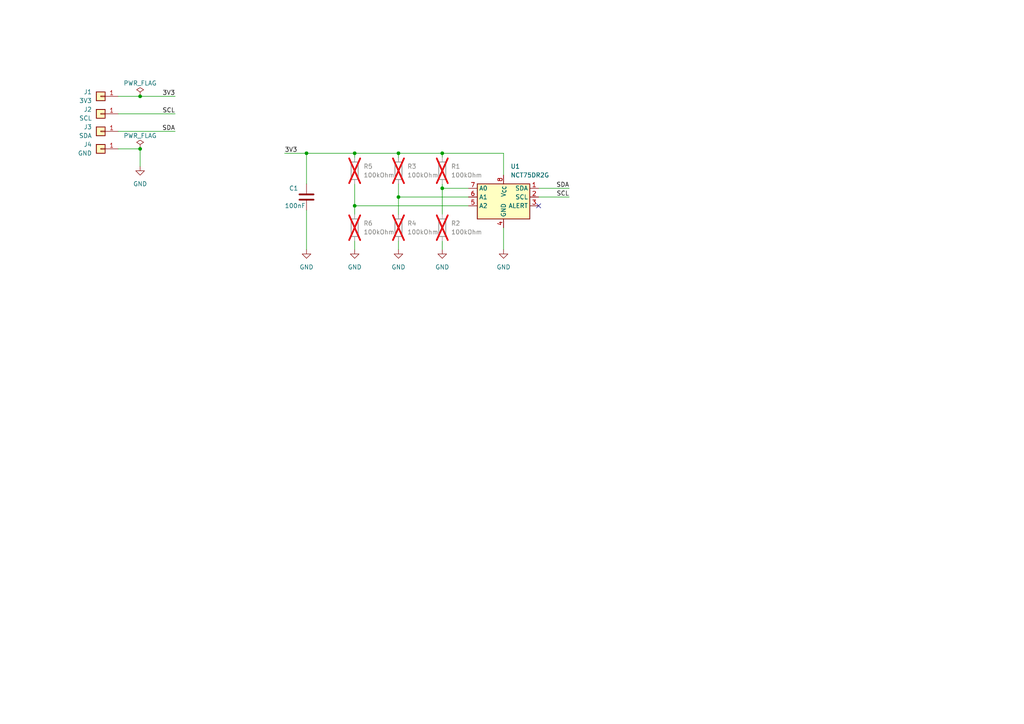
<source format=kicad_sch>
(kicad_sch (version 20230121) (generator eeschema)
  (paper "A4")
  (lib_symbols
    (symbol "benediktibk:C_100nF_SMD_0603_50V" (pin_numbers hide) (pin_names (offset 0.254))
      (property "Reference" "C" (at 0.635 2.54 0))
      (property "Value" "C_100nF_SMD_0603_50V" (at 0.635 -2.54 0))
      (symbol "C_100nF_SMD_0603_50V_0_1"
        (polyline (pts (xy -2.032 -0.762) (xy 2.032 -0.762)) (stroke (width 0.508)))
        (polyline (pts (xy -2.032 0.762) (xy 2.032 0.762)) (stroke (width 0.508)))
      )
      (symbol "C_100nF_SMD_0603_50V_1_1"
        (pin passive line (at 0 3.81 270) (length 2.794) (name "~") (number "1"))
        (pin passive line (at 0 -3.81 90) (length 2.794) (name "~") (number "2"))
      )
    )
    (symbol "benediktibk:NCT75DR2G"
      (property "Reference" "U" (at -7.62 6.35 0))
      (property "Value" "NCT75DR2G" (at 2.54 -6.35 0))
      (symbol "NCT75DR2G_1_1"
        (rectangle (start -7.62 5.08) (end 7.62 -5.08) (stroke (width 0.254)) (fill (type background)))
        (pin bidirectional line (at 10.16 3.81 180) (length 2.54) (name "SDA") (number "1"))
        (pin input line (at 10.16 1.27 180) (length 2.54) (name "SCL") (number "2"))
        (pin input line (at 10.16 -1.27 180) (length 2.54) (name "ALERT") (number "3"))
        (pin power_in line (at 0 -7.62 90) (length 2.54) (name "GND") (number "4"))
        (pin input line (at -10.16 -1.27 0) (length 2.54) (name "A2") (number "5"))
        (pin input line (at -10.16 1.27 0) (length 2.54) (name "A1") (number "6"))
        (pin input line (at -10.16 3.81 0) (length 2.54) (name "A0") (number "7"))
        (pin power_in line (at 0 7.62 270) (length 2.54) (name "V_{CC}") (number "8"))
      )
    )
    (symbol "benediktibk:R_100kOhm_SMD_0603_100mW_1%" (pin_numbers hide) (pin_names (offset 0))
      (property "Reference" "R" (at 2.032 0 90))
      (property "Value" "R_100kOhm_SMD_0603_100mW_1%" (at -5.588 -1.016 90))
      (symbol "R_100kOhm_SMD_0603_100mW_1%_0_1"
        (rectangle (start -1.016 -2.54) (end 1.016 2.54) (stroke (width 0.254)))
      )
      (symbol "R_100kOhm_SMD_0603_100mW_1%_1_1"
        (pin passive line (at 0 3.81 270) (length 1.27) (name "~") (number "1"))
        (pin passive line (at 0 -3.81 90) (length 1.27) (name "~") (number "2"))
      )
    )
    (symbol "benediktibk:SolderWirePad" (pin_names (offset 1.016) hide)
      (property "Reference" "J" (at 0 2.54 0))
      (property "Value" "SolderWirePad" (at 0 -2.54 0))
      (symbol "SolderWirePad_1_1"
        (rectangle (start -1.27 0.127) (end 0 -0.127) (stroke (width 0.1524)))
        (rectangle (start -1.27 1.27) (end 1.27 -1.27) (stroke (width 0.254)) (fill (type background)))
        (pin passive line (at -5.08 0 0) (length 3.81) (name "Pin_1") (number "1"))
      )
    )
    (symbol "power:GND" (power) (pin_names (offset 0))
      (property "Value" "GND" (at 0 -3.81 0))
      (symbol "GND_0_1"
        (polyline (pts (xy 0 0) (xy 0 -1.27) (xy 1.27 -1.27) (xy 0 -2.54) (xy -1.27 -1.27) (xy 0 -1.27)))
      )
      (symbol "GND_1_1"
        (pin power_in line (at 0 0 270) (length 0) hide (name "GND") (number "1"))
      )
    )
    (symbol "power:PWR_FLAG" (power) (pin_numbers hide) (pin_names (offset 0) hide)
      (property "Value" "PWR_FLAG" (at 0 3.81 0))
      (symbol "PWR_FLAG_0_0"
        (pin power_out line (at 0 0 90) (length 0) (name "pwr") (number "1"))
      )
      (symbol "PWR_FLAG_0_1"
        (polyline (pts (xy 0 0) (xy 0 1.27) (xy -1.016 1.905) (xy 0 2.54) (xy 1.016 1.905) (xy 0 1.27)))
      )
    )
  )
  (junction (at 128.27 44.45))
  (junction (at 115.57 44.45))
  (junction (at 40.64 43.18))
  (junction (at 88.9 44.45))
  (junction (at 102.87 44.45))
  (junction (at 128.27 54.61))
  (junction (at 115.57 57.15))
  (junction (at 102.87 59.69))
  (junction (at 40.64 27.94))
  (no_connect (at 156.21 59.69))
  (wire (pts (xy 50.8 27.94) (xy 40.64 27.94)))
  (wire (pts (xy 135.89 59.69) (xy 102.87 59.69)))
  (wire (pts (xy 102.87 69.85) (xy 102.87 72.39)))
  (wire (pts (xy 146.05 66.04) (xy 146.05 72.39)))
  (wire (pts (xy 82.55 44.45) (xy 88.9 44.45)))
  (wire (pts (xy 102.87 53.34) (xy 102.87 59.69)))
  (wire (pts (xy 102.87 59.69) (xy 102.87 62.23)))
  (wire (pts (xy 40.64 27.94) (xy 34.29 27.94)))
  (wire (pts (xy 50.8 38.1) (xy 34.29 38.1)))
  (wire (pts (xy 115.57 53.34) (xy 115.57 57.15)))
  (wire (pts (xy 135.89 57.15) (xy 115.57 57.15)))
  (wire (pts (xy 102.87 45.72) (xy 102.87 44.45)))
  (wire (pts (xy 40.64 48.26) (xy 40.64 43.18)))
  (wire (pts (xy 128.27 54.61) (xy 128.27 62.23)))
  (wire (pts (xy 88.9 60.96) (xy 88.9 72.39)))
  (wire (pts (xy 128.27 69.85) (xy 128.27 72.39)))
  (wire (pts (xy 88.9 44.45) (xy 102.87 44.45)))
  (wire (pts (xy 128.27 53.34) (xy 128.27 54.61)))
  (wire (pts (xy 50.8 33.02) (xy 34.29 33.02)))
  (wire (pts (xy 40.64 43.18) (xy 34.29 43.18)))
  (wire (pts (xy 115.57 57.15) (xy 115.57 62.23)))
  (wire (pts (xy 156.21 54.61) (xy 165.1 54.61)))
  (wire (pts (xy 115.57 69.85) (xy 115.57 72.39)))
  (wire (pts (xy 115.57 45.72) (xy 115.57 44.45)))
  (wire (pts (xy 128.27 45.72) (xy 128.27 44.45)))
  (wire (pts (xy 128.27 54.61) (xy 135.89 54.61)))
  (wire (pts (xy 102.87 44.45) (xy 115.57 44.45)))
  (wire (pts (xy 156.21 57.15) (xy 165.1 57.15)))
  (wire (pts (xy 88.9 53.34) (xy 88.9 44.45)))
  (wire (pts (xy 128.27 44.45) (xy 146.05 44.45)))
  (wire (pts (xy 146.05 50.8) (xy 146.05 44.45)))
  (wire (pts (xy 115.57 44.45) (xy 128.27 44.45)))
  (label "SDA" (at 165.1 54.61 180))
  (label "SCL" (at 50.8 33.02 180))
  (label "SCL" (at 165.1 57.15 180))
  (label "3V3" (at 82.55 44.45 0))
  (label "3V3" (at 50.8 27.94 180))
  (label "SDA" (at 50.8 38.1 180))
  (symbol (lib_id "power:PWR_FLAG") (at 40.64 27.94 0) (unit 1)
    (property "Reference" "#FLG01" (effects hide))
    (property "Value" "PWR_FLAG" (at 40.64 24.13 0))
  )
  (symbol (lib_id "power:GND") (at 146.05 72.39 0) (unit 1)
    (property "Reference" "#PWR03" (effects hide))
    (property "Value" "GND" (at 146.05 77.47 0))
  )
  (symbol (lib_id "benediktibk:NCT75DR2G") (at 146.05 58.42 0) (unit 1)
    (property "Reference" "U1" (at 148.0694 48.26 0) (effects (justify left)))
    (property "Value" "NCT75DR2G" (at 148.0694 50.8 0) (effects (justify left)))
    (property "Footprint" "benediktibk:SOIC-8_3.9x4.9mm_P1.27mm" (effects hide))
    (property "RS order number" "805-1854" (effects hide))
    (property "I2C Address" "0x48" (effects hide))
  )
  (symbol (lib_id "power:GND") (at 88.9 72.39 0) (unit 1)
    (property "Reference" "#PWR02" (effects hide))
    (property "Value" "GND" (at 88.9 77.47 0))
  )
  (symbol (lib_id "benediktibk:SolderWirePad") (at 29.21 33.02 0) (mirror y) (unit 1)
    (property "Reference" "J2" (at 26.67 31.75 0) (effects (justify left)))
    (property "Value" "SCL" (at 26.67 34.29 0) (effects (justify left)))
    (property "Footprint" "benediktibk:SolderWirePad_1x01_SMD_5x10mm" (effects hide))
  )
  (symbol (lib_id "benediktibk:R_100kOhm_SMD_0603_100mW_1%") (at 102.87 49.53 0) (unit 1) (dnp yes)
    (property "Reference" "R5" (at 105.41 48.26 0) (effects (justify left)))
    (property "Value" "100kOhm" (at 105.41 50.8 0) (effects (justify left)))
    (property "Footprint" "benediktibk:R_0603_1608Metric_Pad0.98x0.95mm_HandSolder" (effects hide))
    (property "RS order number" "213-2531" (effects hide))
  )
  (symbol (lib_id "power:PWR_FLAG") (at 40.64 43.18 0) (unit 1)
    (property "Reference" "#FLG02" (effects hide))
    (property "Value" "PWR_FLAG" (at 40.64 39.37 0))
  )
  (symbol (lib_id "benediktibk:R_100kOhm_SMD_0603_100mW_1%") (at 102.87 66.04 0) (unit 1) (dnp yes)
    (property "Reference" "R6" (at 105.41 64.77 0) (effects (justify left)))
    (property "Value" "100kOhm" (at 105.41 67.31 0) (effects (justify left)))
    (property "Footprint" "benediktibk:R_0603_1608Metric_Pad0.98x0.95mm_HandSolder" (effects hide))
    (property "RS order number" "213-2531" (effects hide))
  )
  (symbol (lib_id "benediktibk:SolderWirePad") (at 29.21 38.1 0) (mirror y) (unit 1)
    (property "Reference" "J3" (at 26.67 36.83 0) (effects (justify left)))
    (property "Value" "SDA" (at 26.67 39.37 0) (effects (justify left)))
    (property "Footprint" "benediktibk:SolderWirePad_1x01_SMD_5x10mm" (effects hide))
  )
  (symbol (lib_id "power:GND") (at 115.57 72.39 0) (unit 1)
    (property "Reference" "#PWR05" (effects hide))
    (property "Value" "GND" (at 115.57 77.47 0))
  )
  (symbol (lib_id "benediktibk:R_100kOhm_SMD_0603_100mW_1%") (at 128.27 49.53 0) (unit 1) (dnp yes)
    (property "Reference" "R1" (at 130.81 48.26 0) (effects (justify left)))
    (property "Value" "100kOhm" (at 130.81 50.8 0) (effects (justify left)))
    (property "Footprint" "benediktibk:R_0603_1608Metric_Pad0.98x0.95mm_HandSolder" (effects hide))
    (property "RS order number" "213-2531" (effects hide))
  )
  (symbol (lib_id "power:GND") (at 128.27 72.39 0) (unit 1)
    (property "Reference" "#PWR04" (effects hide))
    (property "Value" "GND" (at 128.27 77.47 0))
  )
  (symbol (lib_id "benediktibk:R_100kOhm_SMD_0603_100mW_1%") (at 115.57 66.04 0) (unit 1) (dnp yes)
    (property "Reference" "R4" (at 118.11 64.77 0) (effects (justify left)))
    (property "Value" "100kOhm" (at 118.11 67.31 0) (effects (justify left)))
    (property "Footprint" "benediktibk:R_0603_1608Metric_Pad0.98x0.95mm_HandSolder" (effects hide))
    (property "RS order number" "213-2531" (effects hide))
  )
  (symbol (lib_id "power:GND") (at 40.64 48.26 0) (mirror y) (unit 1)
    (property "Reference" "#PWR01" (effects hide))
    (property "Value" "GND" (at 40.64 53.34 0))
  )
  (symbol (lib_id "benediktibk:C_100nF_SMD_0603_50V") (at 88.9 57.15 0) (unit 1)
    (property "Reference" "C1" (at 83.82 54.61 0) (effects (justify left)))
    (property "Value" "100nF" (at 82.55 59.69 0) (effects (justify left)))
    (property "Footprint" "benediktibk:C_0603_1608Metric_Pad1.08x0.95mm_HandSolder" (effects hide))
    (property "RS order number" "242-7372" (effects hide))
  )
  (symbol (lib_id "benediktibk:R_100kOhm_SMD_0603_100mW_1%") (at 115.57 49.53 0) (unit 1) (dnp yes)
    (property "Reference" "R3" (at 118.11 48.26 0) (effects (justify left)))
    (property "Value" "100kOhm" (at 118.11 50.8 0) (effects (justify left)))
    (property "Footprint" "benediktibk:R_0603_1608Metric_Pad0.98x0.95mm_HandSolder" (effects hide))
    (property "RS order number" "213-2531" (effects hide))
  )
  (symbol (lib_id "benediktibk:R_100kOhm_SMD_0603_100mW_1%") (at 128.27 66.04 0) (unit 1) (dnp yes)
    (property "Reference" "R2" (at 130.81 64.77 0) (effects (justify left)))
    (property "Value" "100kOhm" (at 130.81 67.31 0) (effects (justify left)))
    (property "Footprint" "benediktibk:R_0603_1608Metric_Pad0.98x0.95mm_HandSolder" (effects hide))
    (property "RS order number" "213-2531" (effects hide))
  )
  (symbol (lib_id "benediktibk:SolderWirePad") (at 29.21 43.18 0) (mirror y) (unit 1)
    (property "Reference" "J4" (at 26.67 41.91 0) (effects (justify left)))
    (property "Value" "GND" (at 26.67 44.45 0) (effects (justify left)))
    (property "Footprint" "benediktibk:SolderWirePad_1x01_SMD_5x10mm" (effects hide))
  )
  (symbol (lib_id "benediktibk:SolderWirePad") (at 29.21 27.94 0) (mirror y) (unit 1)
    (property "Reference" "J1" (at 26.67 26.67 0) (effects (justify left)))
    (property "Value" "3V3" (at 26.67 29.21 0) (effects (justify left)))
    (property "Footprint" "benediktibk:SolderWirePad_1x01_SMD_5x10mm" (effects hide))
  )
  (symbol (lib_id "power:GND") (at 102.87 72.39 0) (unit 1)
    (property "Reference" "#PWR06" (effects hide))
    (property "Value" "GND" (at 102.87 77.47 0))
  )
)
</source>
